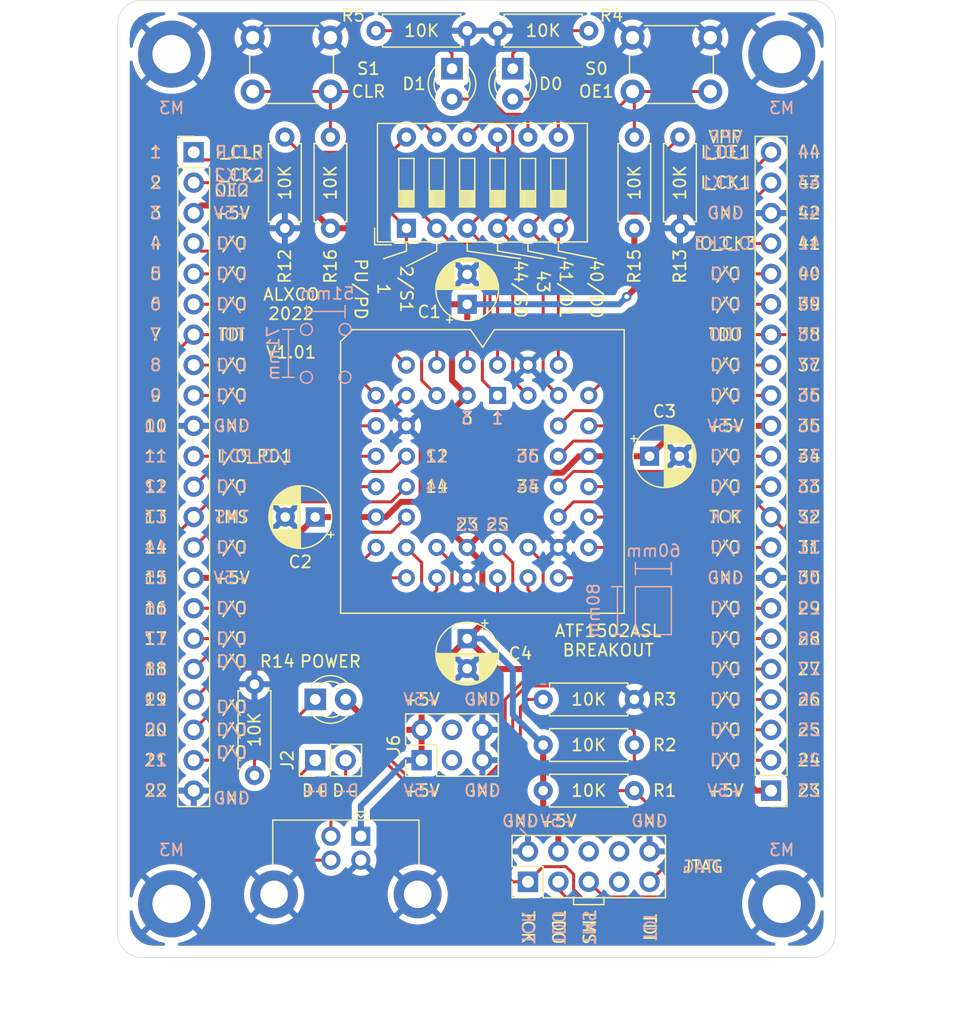
<source format=kicad_pcb>
(kicad_pcb (version 20211014) (generator pcbnew)
  (layers (0 "F.Cu" signal) (31 "B.Cu" signal) (34 "B.Paste" user) (35 "F.Paste" user) (36 "B.SilkS" user "B.Silkscreen") (37 "F.SilkS" user "F.Silkscreen") (38 "B.Mask" user) (39 "F.Mask" user) (44 "Edge.Cuts" user))
  (net 0 "")
  (net 1 "GND")
  (net 2 "+5V")
  (net 3 "Net-(D0-Pad1)")
  (net 4 "Net-(D1-Pad1)")
  (net 5 "Net-(D8-Pad1)")
  (net 6 "/USBP")
  (net 7 "/USBN")
  (net 8 "/IO_21")
  (net 9 "/IO_20")
  (net 10 "/IO_19")
  (net 11 "/IO_18")
  (net 12 "/IO_17")
  (net 13 "/IO_16")
  (net 14 "/IO_14")
  (net 15 "/TMS")
  (net 16 "/IO_12")
  (net 17 "/IO_PD1")
  (net 18 "/IO_9")
  (net 19 "/IO_8")
  (net 20 "/TDI")
  (net 21 "/IO_6")
  (net 22 "/IO_5")
  (net 23 "/IO_4")
  (net 24 "/I_GCLK2_OE2")
  (net 25 "/I_GCLR")
  (net 26 "Net-(J4-Pad8)")
  (net 27 "Net-(J4-Pad7)")
  (net 28 "Net-(J4-Pad6)")
  (net 29 "/TDO")
  (net 30 "/TCK")
  (net 31 "/I_OE1")
  (net 32 "/I_GCLK1")
  (net 33 "/IO_GCLK3")
  (net 34 "/IO_40")
  (net 35 "/IO_39")
  (net 36 "/IO_37")
  (net 37 "/IO_36")
  (net 38 "/IO_34")
  (net 39 "/IO_33")
  (net 40 "/IO_31")
  (net 41 "/IO_29")
  (net 42 "/IO_28")
  (net 43 "/IO_27")
  (net 44 "/IO_26")
  (net 45 "/IO_PD2")
  (net 46 "/IO_24")
  (net 47 "Net-(R12-Pad1)")
  (net 48 "Net-(R13-Pad1)")
  (net 49 "/LED0")
  (net 50 "/LED1")
  (net 51 "/SW_OE1")
  (net 52 "/SW_GCLR")
  (net 53 "Net-(J6-Pad4)")
  (net 54 "Net-(J6-Pad3)")
  (footprint "Connector_PinHeader_2.54mm:PinHeader_1x22_P2.54mm_Vertical" (layer "F.Cu") (at 26.35 32.7)
    (fp_text reference "J3" hide)
    (fp_text value "Conn_01x22")
  )
  (footprint "Connector_PinHeader_2.54mm:PinHeader_1x22_P2.54mm_Vertical" (layer "F.Cu") (at 74.61 86.04 180)
    (fp_text reference "J5" hide)
    (fp_text value "Conn_01x22")
  )
  (footprint "Package_LCC:PLCC-44_THT-Socket" (layer "F.Cu") (at 51.75 53.02)
    (fp_text reference "U1" hide)
    (fp_text value "ATF1502-PLCC")
  )
  (footprint "MountingHole:MountingHole_3.2mm_M3_DIN965_Pad" (layer "F.Cu") (at 24.5 24.5)
    (fp_text reference "REF**" hide)
    (fp_text value "MountingHole_3.2mm_M3_DIN965_Pad")
  )
  (footprint "MountingHole:MountingHole_3.2mm_M3_DIN965_Pad" (layer "F.Cu") (at 75.5 24.5)
    (fp_text reference "REF**" hide)
    (fp_text value "MountingHole_3.2mm_M3_DIN965_Pad")
  )
  (footprint "MountingHole:MountingHole_3.2mm_M3_DIN965_Pad" (layer "F.Cu") (at 75.5 95.5)
    (fp_text reference "REF**" hide)
    (fp_text value "MountingHole_3.2mm_M3_DIN965_Pad")
  )
  (footprint "MountingHole:MountingHole_3.2mm_M3_DIN965_Pad" (layer "F.Cu") (at 24.5 95.5)
    (fp_text reference "REF**" hide)
    (fp_text value "MountingHole_3.2mm_M3_DIN965_Pad")
  )
  (footprint "Capacitor_THT:CP_Radial_D5.0mm_P2.50mm" (layer "F.Cu") (at 49.21 45.4 90)
    (fp_text reference "C1")
    (fp_text value "220nF")
  )
  (footprint "Capacitor_THT:CP_Radial_D5.0mm_P2.50mm" (layer "F.Cu") (at 36.51 63.18 180)
    (fp_text reference "C2")
    (fp_text value "220nF")
  )
  (footprint "Capacitor_THT:CP_Radial_D5.0mm_P2.50mm" (layer "F.Cu") (at 49.21 73.34 -90)
    (fp_text reference "C4")
    (fp_text value "220nF")
  )
  (footprint "LED_THT:LED_D3.0mm" (layer "F.Cu") (at 53.02 25.715 -90)
    (fp_text reference "D0")
    (fp_text value "LED")
  )
  (footprint "Connector_USB:USB_B_Lumberg_2411_02_Horizontal" (layer "F.Cu") (at 40.32 89.85 -90)
    (fp_text reference "J1" hide)
    (fp_text value "USB_B")
  )
  (footprint "Connector_PinHeader_2.54mm:PinHeader_1x02_P2.54mm_Vertical" (layer "F.Cu") (at 36.51 83.5 90)
    (fp_text reference "J2")
    (fp_text value "Conn_01x02")
  )
  (footprint "Connector_PinHeader_2.54mm:PinHeader_2x05_P2.54mm_Vertical" (layer "F.Cu") (at 54.29 93.66 90)
    (fp_text reference "J4" hide)
    (fp_text value "Conn_02x05_Odd_Even")
  )
  (footprint "Connector_PinHeader_2.54mm:PinHeader_2x03_P2.54mm_Vertical" (layer "F.Cu") (at 45.4 83.5 90)
    (fp_text reference "J6")
    (fp_text value "Conn_02x05_Odd_Even")
  )
  (footprint "Resistor_THT:R_Axial_DIN0207_L6.3mm_D2.5mm_P7.62mm_Horizontal" (layer "F.Cu") (at 55.56 86.04)
    (fp_text reference "R1")
    (fp_text value "10K")
  )
  (footprint "Resistor_THT:R_Axial_DIN0207_L6.3mm_D2.5mm_P7.62mm_Horizontal" (layer "F.Cu") (at 55.56 82.23)
    (fp_text reference "R2")
    (fp_text value "10K")
  )
  (footprint "Resistor_THT:R_Axial_DIN0207_L6.3mm_D2.5mm_P7.62mm_Horizontal" (layer "F.Cu") (at 63.18 78.42 180)
    (fp_text reference "R3")
    (fp_text value "10K")
  )
  (footprint "Resistor_THT:R_Axial_DIN0207_L6.3mm_D2.5mm_P7.62mm_Horizontal" (layer "F.Cu") (at 33.97 31.43 -90)
    (fp_text reference "R12")
    (fp_text value "10K")
  )
  (footprint "Resistor_THT:R_Axial_DIN0207_L6.3mm_D2.5mm_P7.62mm_Horizontal" (layer "F.Cu") (at 37.78 39.05 90)
    (fp_text reference "R16")
    (fp_text value "10K")
  )
  (footprint "Button_Switch_THT:SW_DIP_SPSTx06_Slide_9.78x17.42mm_W7.62mm_P2.54mm" (layer "F.Cu") (at 44.13 39.05 90)
    (fp_text reference "SW1" hide)
    (fp_text value "SW_DIP_x06")
  )
  (footprint "Button_Switch_THT:SW_PUSH_6mm_H5mm" (layer "F.Cu") (at 37.78 27.62 180)
    (fp_text reference "SW5" hide)
    (fp_text value "SW_Push")
  )
  (footprint "Capacitor_THT:CP_Radial_D5.0mm_P2.50mm" (layer "F.Cu") (at 64.45 58.1)
    (fp_text reference "C3")
    (fp_text value "220nF")
  )
  (footprint "Button_Switch_THT:SW_PUSH_6mm_H5mm" (layer "F.Cu") (at 69.53 27.62 180)
    (fp_text reference "SW4" hide)
    (fp_text value "SW_Push")
  )
  (footprint "Resistor_THT:R_Axial_DIN0207_L6.3mm_D2.5mm_P7.62mm_Horizontal" (layer "F.Cu") (at 59.37 22.54 180)
    (fp_text reference "R4")
    (fp_text value "10K")
  )
  (footprint "LED_THT:LED_D3.0mm" (layer "F.Cu") (at 36.51 78.42)
    (fp_text reference "D8" hide)
    (fp_text value "LED")
  )
  (footprint "Resistor_THT:R_Axial_DIN0207_L6.3mm_D2.5mm_P7.62mm_Horizontal" (layer "F.Cu") (at 31.43 84.77 90)
    (fp_text reference "R14")
    (fp_text value "10K")
  )
  (footprint "LED_THT:LED_D3.0mm" (layer "F.Cu") (at 47.94 25.715 -90)
    (fp_text reference "D1")
    (fp_text value "LED")
  )
  (footprint "Resistor_THT:R_Axial_DIN0207_L6.3mm_D2.5mm_P7.62mm_Horizontal" (layer "F.Cu") (at 41.59 22.54)
    (fp_text reference "R5")
    (fp_text value "10K")
  )
  (footprint "Resistor_THT:R_Axial_DIN0207_L6.3mm_D2.5mm_P7.62mm_Horizontal" (layer "F.Cu") (at 66.99 31.43 -90)
    (fp_text reference "R13")
    (fp_text value "10K")
  )
  (footprint "Resistor_THT:R_Axial_DIN0207_L6.3mm_D2.5mm_P7.62mm_Horizontal" (layer "F.Cu") (at 63.18 39.05 90)
    (fp_text reference "R15")
    (fp_text value "10K")
  )
  (gr_line (start 63.27 73) (end 63.27 69) (layer "B.SilkS") (width 0.12))
  (gr_line (start 62.27 69) (end 61.27 69) (layer "B.SilkS") (width 0.12))
  (gr_line (start 39 46.5) (end 39 45.5) (layer "B.SilkS") (width 0.12))
  (gr_line (start 61.77 69) (end 61.77 73) (layer "B.SilkS") (width 0.12))
  (gr_circle (center 35.77 51.5) (end 35.77 51) (layer "B.SilkS") (width 0.12) (fill none))
  (gr_line (start 63.27 67) (end 63.27 68) (layer "B.SilkS") (width 0.12))
  (gr_line (start 66.27 73) (end 63.27 73) (layer "B.SilkS") (width 0.12))
  (gr_line (start 35.77 46.5) (end 35.77 45.5) (layer "B.SilkS") (width 0.12))
  (gr_line (start 63.27 67.5) (end 66.27 67.5) (layer "B.SilkS") (width 0.12))
  (gr_line (start 33.77 47.5) (end 34.77 47.5) (layer "B.SilkS") (width 0.12))
  (gr_line (start 53.655 89.215) (end 54.29 89.85) (layer "B.SilkS") (width 0.12))
  (gr_circle (center 39 47.5) (end 39 48) (layer "B.SilkS") (width 0.12) (fill none))
  (gr_line (start 63.27 69) (end 66.27 69) (layer "B.SilkS") (width 0.12))
  (gr_line (start 62.27 73) (end 61.27 73) (layer "B.SilkS") (width 0.12))
  (gr_line (start 34.27 51.5) (end 34.27 47.5) (layer "B.SilkS") (width 0.12))
  (gr_line (start 35.77 46) (end 39 46) (layer "B.SilkS") (width 0.12))
  (gr_circle (center 39 51.5) (end 39 51) (layer "B.SilkS") (width 0.12) (fill none))
  (gr_line (start 66.27 69) (end 66.27 73) (layer "B.SilkS") (width 0.12))
  (gr_line (start 66.27 68) (end 66.27 67) (layer "B.SilkS") (width 0.12))
  (gr_circle (center 35.77 47.5) (end 36.27 47.5) (layer "B.SilkS") (width 0.12) (fill none))
  (gr_line (start 34.77 51.5) (end 33.77 51.5) (layer "B.SilkS") (width 0.12))
  (gr_line (start 56.83 40.32) (end 56.83 40.955) (layer "F.SilkS") (width 0.12))
  (gr_line (start 44.13 40.955) (end 42.225 41.59) (layer "F.SilkS") (width 0.12))
  (gr_line (start 49.21 40.955) (end 53.655 41.59) (layer "F.SilkS") (width 0.12))
  (gr_line (start 51.75 40.32) (end 51.75 40.955) (layer "F.SilkS") (width 0.12))
  (gr_line (start 53.655 89.215) (end 54.29 89.85) (layer "F.SilkS") (width 0.12))
  (gr_line (start 54.29 40.32) (end 54.29 40.955) (layer "F.SilkS") (width 0.12))
  (gr_line (start 60.64 95.565) (end 60.64 94.93) (layer "F.SilkS") (width 0.12))
  (gr_line (start 58.1 95.565) (end 60.64 95.565) (layer "F.SilkS") (width 0.12))
  (gr_line (start 46.67 40.32) (end 46.67 40.955) (layer "F.SilkS") (width 0.12))
  (gr_line (start 49.48 47.52) (end 50.5 49) (layer "F.SilkS") (width 0.12))
  (gr_line (start 54.29 40.955) (end 57.465 41.59) (layer "F.SilkS") (width 0.12))
  (gr_line (start 50.5 49) (end 51.48 47.52) (layer "F.SilkS") (width 0.12))
  (gr_line (start 58.1 94.93) (end 58.1 95.565) (layer "F.SilkS") (width 0.12))
  (gr_line (start 44.13 40.32) (end 44.13 40.955) (layer "F.SilkS") (width 0.12))
  (gr_line (start 56.83 40.955) (end 60.005 41.59) (layer "F.SilkS") (width 0.12))
  (gr_line (start 49.21 40.32) (end 49.21 40.955) (layer "F.SilkS") (width 0.12))
  (gr_line (start 46.67 40.955) (end 44.13 42.225) (layer "F.SilkS") (width 0.12))
  (gr_line (start 51.75 40.955) (end 55.56 41.59) (layer "F.SilkS") (width 0.12))
  (gr_line (start 22 20) (end 78 20) (layer "Edge.Cuts") (width 0.05))
  (gr_line (start 20 22) (end 20 98) (layer "Edge.Cuts") (width 0.05))
  (gr_line (start 80 98) (end 80 22) (layer "Edge.Cuts") (width 0.05))
  (gr_arc (start 80 98) (mid 79.414214 99.414214) (end 78 100) (layer "Edge.Cuts") (width 0.05))
  (gr_arc (start 20 22) (mid 20.585786 20.585786) (end 22 20) (layer "Edge.Cuts") (width 0.05))
  (gr_arc (start 22 100) (mid 20.585786 99.414214) (end 20 98) (layer "Edge.Cuts") (width 0.05))
  (gr_line (start 22 100) (end 78 100) (layer "Edge.Cuts") (width 0.05))
  (gr_arc (start 78 20) (mid 79.414214 20.585786) (end 80 22) (layer "Edge.Cuts") (width 0.05))
  (gr_text "I/O" (at 29.525 40.32) (layer "B.SilkS") (effects (font (size 1 1)) (justify mirror)))
  (gr_text "I/O" (at 70.8 50.48) (layer "B.SilkS") (effects (font (size 1 1)) (justify mirror)))
  (gr_text "I/O" (at 29.525 80.96) (layer "B.SilkS") (effects (font (size 1 1)) (justify mirror)))
  (gr_text "34" (at 77.785 58.1) (layer "B.SilkS") (effects (font (size 1 1)) (justify mirror)))
  (gr_text "32" (at 77.785 63.18) (layer "B.SilkS") (effects (font (size 1 1)) (justify mirror)))
  (gr_text "IO_CK3" (at 70.8 40.32) (layer "B.SilkS") (effects (font (size 1 1)) (justify mirror)))
  (gr_text "I/O" (at 70.8 73.34) (layer "B.SilkS") (effects (font (size 1 1)) (justify mirror)))
  (gr_text "38" (at 77.785 47.94) (layer "B.SilkS") (effects (font (size 1 1)) (justify mirror)))
  (gr_text "4" (at 23.175 40.32) (layer "B.SilkS") (effects (font (size 1 1)) (justify mirror)))
  (gr_text "GND" (at 50.48 78.42) (layer "B.SilkS") (effects (font (size 1 1)) (justify mirror)))
  (gr_text "7" (at 23.175 47.94) (layer "B.SilkS") (effects (font (size 1 1)) (justify mirror)))
  (gr_text "TCK" (at 54.29 97.47 270) (layer "B.SilkS") (effects (font (size 1 1)) (justify mirror)))
  (gr_text "20" (at 23.175 80.96) (layer "B.SilkS") (effects (font (size 1 1)) (justify mirror)))
  (gr_text "M3" (at 24.5 91) (layer "B.SilkS") (effects (font (size 1 1)) (justify mirror)))
  (gr_text "+5V" (at 45.4 78.42) (layer "B.SilkS") (effects (font (size 1 1)) (justify mirror)))
  (gr_text "21" (at 23.175 83.5) (layer "B.SilkS") (effects (font (size 1 1)) (justify mirror)))
  (gr_text "GND" (at 64.45 88.58) (layer "B.SilkS") (effects (font (size 1 1)) (justify mirror)))
  (gr_text "28" (at 77.785 73.34) (layer "B.SilkS") (effects (font (size 1 1)) (justify mirror)))
  (gr_text "GND" (at 70.8 37.78) (layer "B.SilkS") (effects (font (size 1 1)) (justify mirror)))
  (gr_text "I/O" (at 29.525 50.48) (layer "B.SilkS") (effects (font (size 1 1)) (justify mirror)))
  (gr_text "12" (at 23.175 60.64) (layer "B.SilkS") (effects (font (size 1 1)) (justify mirror)))
  (gr_text "+5V" (at 56.83 88.58) (layer "B.SilkS") (effects (font (size 1 1)) (justify mirror)))
  (gr_text "+5V" (at 70.8 86.04) (layer "B.SilkS") (effects (font (size 1 1)) (justify mirror)))
  (gr_text "I/O" (at 29.525 60.64) (layer "B.SilkS") (effects (font (size 1 1)) (justify mirror)))
  (gr_text "6" (at 23.175 45.4) (layer "B.SilkS") (effects (font (size 1 1)) (justify mirror)))
  (gr_text "I/O" (at 70.8 53.02) (layer "B.SilkS") (effects (font (size 1 1)) (justify mirror)))
  (gr_text "3" (at 49.21 54.925) (layer "B.SilkS") (effects (font (size 1 1)) (justify mirror)))
  (gr_text "I/O" (at 29.525 75.245) (layer "B.SilkS") (effects (font (size 1 1)) (justify mirror)))
  (gr_text "39" (at 77.785 45.4) (layer "B.SilkS") (effects (font (size 1 1)) (justify mirror)))
  (gr_text "18" (at 23.175 75.88) (layer "B.SilkS") (effects (font (size 1 1)) (justify mirror)))
  (gr_text "43" (at 77.785 35.24) (layer "B.SilkS") (effects (font (size 1 1)) (justify mirror)))
  (gr_text "GND" (at 29.525 55.56) (layer "B.SilkS") (effects (font (size 1 1)) (justify mirror)))
  (gr_text "25" (at 77.785 80.96) (layer "B.SilkS") (effects (font (size 1 1)) (justify mirror)))
  (gr_text "5" (at 23.175 42.86) (layer "B.SilkS") (effects (font (size 1 1)) (justify mirror)))
  (gr_text "I/O" (at 29.525 45.4) (layer "B.SilkS") (effects (font (size 1 1)) (justify mirror)))
  (gr_text "+5V" (at 29.525 68.26) (layer "B.SilkS") (effects (font (size 1 1)) (justify mirror)))
  (gr_text "I/O" (at 70.8 60.64) (layer "B.SilkS") (effects (font (size 1 1)) (justify mirror)))
  (gr_text "M3" (at 75.5 91) (layer "B.SilkS") (effects (font (size 1 1)) (justify mirror)))
  (gr_text "25" (at 51.75 63.815) (layer "B.SilkS") (effects (font (size 1 1)) (justify mirror)))
  (gr_text "I/O" (at 29.525 53.02) (layer "B.SilkS") (effects (font (size 1 1)) (justify mirror)))
  (gr_text "11" (at 23.175 58.1) (layer "B.SilkS") (effects (font (size 1 1)) (justify mirror)))
  (gr_text "51mm" (at 37.5 44.5) (layer "B.SilkS") (effects (font (size 1 1)) (justify mirror)))
  (gr_text "TDO" (at 70.8 47.94) (layer "B.SilkS") (effects (font (size 1 1)) (justify mirror)))
  (gr_text "D+" (at 36.51 86.04) (layer "B.SilkS") (effects (font (size 1 1)) (justify mirror)))
  (gr_text "+5V" (at 70.8 55.56) (layer "B.SilkS") (effects (font (size 1 1)) (justify mirror)))
  (gr_text "+5V" (at 45.4 86.04) (layer "B.SilkS") (effects (font (size 1 1)) (justify mirror)))
  (gr_text "24" (at 77.785 83.5) (layer "B.SilkS") (effects (font (size 1 1)) (justify mirror)))
  (gr_text "19" (at 23.175 78.42) (layer "B.SilkS") (effects (font (size 1 1)) (justify mirror)))
  (gr_text "I_CLR" (at 30.16 32.7) (layer "B.SilkS") (effects (font (size 1 1)) (justify mirror)))
  (gr_text "TMS" (at 29.525 63.18) (layer "B.SilkS") (effects (font (size 1 1)) (justify mirror)))
  (gr_text "41" (at 77.785 40.32) (layer "B.SilkS") (effects (font (size 1 1)) (justify mirror)))
  (gr_text "29" (at 77.785 70.8) (layer "B.SilkS") (effects (font (size 1 1)) (justify mirror)))
  (gr_text "GND" (at 29.525 86.675) (layer "B.SilkS") (effects (font (size 1 1)) (justify mirror)))
  (gr_text "TDI" (at 64.45 97.47 270) (layer "B.SilkS") (effects (font (size 1 1)) (justify mirror)))
  (gr_text "10" (at 23.175 55.56) (layer "B.SilkS") (effects (font (size 1 1)) (justify mirror)))
  (gr_text "15" (at 23.175 68.26) (layer "B.SilkS") (effects (font (size 1 1)) (justify mirror)))
  (gr_text "1" (at 51.75 54.925) (layer "B.SilkS") (effects (font (size 1 1)) (justify mirror)))
  (gr_text "I/O" (at 70.8 45.4) (layer "B.SilkS") (effects (font (size 1 1)) (justify mirror)))
  (gr_text "31" (at 77.785 65.72) (layer "B.SilkS") (effects (font (size 1 1)) (justify mirror)))
  (gr_text "I/O" (at 29.525 73.34) (layer "B.SilkS") (effects (font (size 1 1)) (justify mirror)))
  (gr_text "I/O" (at 29.525 79.055) (layer "B.SilkS") (effects (font (size 1 1)) (justify mirror)))
  (gr_text "36" (at 54.29 58.1) (layer "B.SilkS") (effects (font (size 1 1)) (justify mirror)))
  (gr_text "34" (at 54.29 60.64) (layer "B.SilkS") (effects (font (size 1 1)) (justify mirror)))
  (gr_text "37" (at 77.785 50.48) (layer "B.SilkS") (effects (font (size 1 1)) (justify mirror)))
  (gr_text "8" (at 23.175 50.48) (layer "B.SilkS") (effects (font (size 1 1)) (justify mirror)))
  (gr_text "60mm" (at 64.77 66) (layer "B.SilkS") (effects (font (size 1 1)) (justify mirror)))
  (gr_text "OE2" (at 29.525 35.875) (layer "B.SilkS") (effects (font (size 1 1)) (justify mirror)))
  (gr_text "I/O_PD1" (at 31.43 58.1) (layer "B.SilkS") (effects (font (size 1 1)) (justify mirror)))
  (gr_text "71mm" (at 33 49.5 90) (layer "B.SilkS") (effects (font (size 1 1)) (justify mirror)))
  (gr_text "I/O" (at 29.525 65.72) (layer "B.SilkS") (effects (font (size 1 1)) (justify mirror)))
  (gr_text "3" (at 23.175 37.78) (layer "B.SilkS") (effects (font (size 1 1)) (justify mirror)))
  (gr_text "I_CK2" (at 30.16 34.605) (layer "B.SilkS") (effects (font (size 1 1)) (justify mirror)))
  (gr_text "22" (at 23.175 86.04) (layer "B.SilkS") (effects (font (size 1 1)) (justify mirror)))
  (gr_text "JTAG" (at 68.895 92.39) (layer "B.SilkS") (effects (font (size 1 1)) (justify mirror)))
  (gr_text "GND" (at 50.48 86.04) (layer "B.SilkS") (effects (font (size 1 1)) (justify mirror)))
  (gr_text "17" (at 23.175 73.34) (layer "B.SilkS") (effects (font (size 1 1)) (justify mirror)))
  (gr_text "30" (at 77.785 68.26) (layer "B.SilkS") (effects (font (size 1 1)) (justify mirror)))
  (gr_text "14" (at 46.67 60.64) (layer "B.SilkS") (effects (font (size 1 1)) (justify mirror)))
  (gr_text "I/O" (at 29.525 82.865) (layer "B.SilkS") (effects (font (size 1 1)) (justify mirror)))
  (gr_text "VPP" (at 70.8 31.43) (layer "B.SilkS") (effects (font (size 1 1)) (justify mirror)))
  (gr_text "27" (at 77.785 75.88) (layer "B.SilkS") (effects (font (size 1 1)) (justify mirror)))
  (gr_text "TDI" (at 29.525 47.94) (layer "B.SilkS") (effects (font (size 1 1)) (justify mirror)))
  (gr_text "M3" (at 24.5 29) (layer "B.SilkS") (effects (font (size 1 1)) (justify mirror)))
  (gr_text "I_OE1" (at 70.8 32.7) (layer "B.SilkS") (effects (font (size 1 1)) (justify mirror)))
  (gr_text "16" (at 23.175 70.8) (layer "B.SilkS") (effects (font (size 1 1)) (justify mirror)))
  (gr_text "I/O" (at 70.8 83.5) (layer "B.SilkS") (effects (font (size 1 1)) (justify mirror)))
  (gr_text "I/O" (at 70.8 70.8) (layer "B.SilkS") (effects (font (size 1 1)) (justify mirror)))
  (gr_text "36" (at 77.785 53.02) (layer "B.SilkS") (effects (font (size 1 1)) (justify mirror)))
  (gr_text "TCK" (at 70.8 63.18) (layer "B.SilkS") (effects (font (size 1 1)) (justify mirror)))
  (gr_text "80mm" (at 59.77 71 90) (layer "B.SilkS") (effects (font (size 1 1)) (justify mirror)))
  (gr_text "33" (at 77.785 60.64) (layer "B.SilkS") (effects (font (size 1 1)) (justify mirror)))
  (gr_text "44" (at 77.785 32.7) (layer "B.SilkS") (effects (font (size 1 1)) (justify mirror)))
  (gr_text "1" (at 23.175 32.7) (layer "B.SilkS") (effects (font (size 1 1)) (justify mirror)))
  (gr_text "26" (at 77.785 78.42) (layer "B.SilkS") (effects (font (size 1 1)) (justify mirror)))
  (gr_text "14" (at 23.175 65.72) (layer "B.SilkS") (effects (font (size 1 1)) (justify mirror)))
  (gr_text "GND" (at 53.655 88.58) (layer "B.SilkS") (effects (font (size 1 1)) (justify mirror)))
  (gr_text "35" (at 77.785 55.56) (layer "B.SilkS") (effects (font (size 1 1)) (justify mirror)))
  (gr_text "I/O" (at 70.8 65.72) (layer "B.SilkS") (effects (font (size 1 1)) (justify mirror)))
  (gr_text "TDO" (at 56.83 97.47 270) (layer "B.SilkS") (effects (font (size 1 1)) (justify mirror)))
  (gr_text "+5V" (at 29.525 37.78) (layer "B.SilkS") (effects (font (size 1 1)) (justify mirror)))
  (gr_text "I/O" (at 70.8 58.1) (layer "B.SilkS") (effects (font (size 1 1)) (justify mirror)))
  (gr_text "GND" (at 70.8 68.26) (layer "B.SilkS") (effects (font (size 1 1)) (justify mirror)))
  (gr_text "I/O" (at 70.8 78.42) (layer "B.SilkS") (effects (font (size 1 1)) (justify mirror)))
  (gr_text "I/O" (at 70.8 80.96) (layer "B.SilkS") (effects (font (size 1 1)) (justify mirror)))
  (gr_text "9" (at 23.175 53.02) (layer "B.SilkS") (effects (font (size 1 1)) (justify mirror)))
  (gr_text "D-" (at 39.05 86.04) (layer "B.SilkS") (effects (font (size 1 1)) (justify mirror)))
  (gr_text "12" (at 46.67 58.1) (layer "B.SilkS") (effects (font (size 1 1)) (justify mirror)))
  (gr_text "TMS" (at 59.37 97.47 270) (layer "B.SilkS") (effects (font (size 1 1)) (justify mirror)))
  (gr_text "I/O" (at 29.525 70.8) (layer "B.SilkS") (effects (font (size 1 1)) (justify mirror)))
  (gr_text "I_CK1" (at 70.8 35.24) (layer "B.SilkS") (effects (font (size 1 1)) (justify mirror)))
  (gr_text "23" (at 49.21 63.815) (layer "B.SilkS") (effects (font (size 1 1)) (justify mirror)))
  (gr_text "M3" (at 75.5 29) (layer "B.SilkS") (effects (font (size 1 1)) (justify mirror)))
  (gr_text "I/O" (at 70.8 42.86) (layer "B.SilkS") (effects (font (size 1 1)) (justify mirror)))
  (gr_text "23" (at 77.785 86.04) (layer "B.SilkS") (effects (font (size 1 1)) (justify mirror)))
  (gr_text "I/O" (at 70.8 75.88) (layer "B.SilkS") (effects (font (size 1 1)) (justify mirror)))
  (gr_text "13" (at 23.175 63.18) (layer "B.SilkS") (effects (font (size 1 1)) (justify mirror)))
  (gr_text "42" (at 77.785 37.78) (layer "B.SilkS") (effects (font (size 1 1)) (justify mirror)))
  (gr_text "40" (at 77.785 42.86) (layer "B.SilkS") (effects (font (size 1 1)) (justify mirror)))
  (gr_text "2" (at 23.175 35.24) (layer "B.SilkS") (effects (font (size 1 1)) (justify mirror)))
  (gr_text "I/O" (at 29.525 42.86) (layer "B.SilkS") (effects (font (size 1 1)) (justify mirror)))
  (gr_text "I/O" (at 29.525 40.32) (layer "F.SilkS") (effects (font (size 1 1))))
  (gr_text "ATF1502ASL\nBREAKOUT" (at 61 73.5) (layer "F.SilkS") (effects (font (size 1 1))))
  (gr_text "TCK" (at 54.29 97.47 270) (layer "F.SilkS") (effects (font (size 1 1))))
  (gr_text "18" (at 23.175 75.88) (layer "F.SilkS") (effects (font (size 1 1))))
  (gr_text "30" (at 77.785 68.26) (layer "F.SilkS") (effects (font (size 1 1))))
  (gr_text "14" (at 23.175 65.72) (layer "F.SilkS") (effects (font (size 1 1))))
  (gr_text "I/O" (at 70.8 60.64) (layer "F.SilkS") (effects (font (size 1 1))))
  (gr_text "IO_CK3" (at 70.8 40.32) (layer "F.SilkS") (effects (font (size 1 1))))
  (gr_text "GND" (at 53.655 88.58) (layer "F.SilkS") (effects (font (size 1 1))))
  (gr_text "44" (at 77.785 32.7) (layer "F.SilkS") (effects (font (size 1 1))))
  (gr_text "I/O" (at 70.8 83.5) (layer "F.SilkS") (effects (font (size 1 1))))
  (gr_text "I/O" (at 29.525 50.48) (layer "F.SilkS") (effects (font (size 1 1))))
  (gr_text "12" (at 46.67 58.1) (layer "F.SilkS") (effects (font (size 1 1))))
  (gr_text "+5V" (at 56.83 88.58) (layer "F.SilkS") (effects (font (size 1 1))))
  (gr_text "I_CK1" (at 70.8 35.24) (layer "F.SilkS") (effects (font (size 1 1))))
  (gr_text "PU/PD" (at 40.32 44.13 270) (layer "F.SilkS") (effects (font (size 1 1))))
  (gr_text "20" (at 23.175 80.96) (layer "F.SilkS") (effects (font (size 1 1))))
  (gr_text "+5V" (at 70.8 55.56) (layer "F.SilkS") (effects (font (size 1 1))))
  (gr_text "TDI" (at 29.525 47.94) (layer "F.SilkS") (effects (font (size 1 1))))
  (gr_text "29" (at 77.785 70.8) (layer "F.SilkS") (effects (font (size 1 1))))
  (gr_text "41/D1" (at 57.465 44.13 270) (layer "F.SilkS") (effects (font (size 1 1))))
  (gr_text "I/O" (at 29.525 80.96) (layer "F.SilkS") (effects (font (size 1 1))))
  (gr_text "15" (at 23.175 68.26) (layer "F.SilkS") (effects (font (size 1 1))))
  (gr_text "I/O" (at 29.525 79.055) (layer "F.SilkS") (effects (font (size 1 1))))
  (gr_text "TMS" (at 29.525 63.18) (layer "F.SilkS") (effects (font (size 1 1))))
  (gr_text "I/O" (at 70.8 58.1) (layer "F.SilkS") (effects (font (size 1 1))))
  (gr_text "TMS" (at 59.37 97.47 270) (layer "F.SilkS") (effects (font (size 1 1))))
  (gr_text "34" (at 77.785 58.1) (layer "F.SilkS") (effects (font (size 1 1))))
  (gr_text "+5V" (at 29.525 68.26) (layer "F.SilkS") (effects (font (size 1 1))))
  (gr_text "GND" (at 64.45 88.58) (layer "F.SilkS") (effects (font (size 1 1))))
  (gr_text "38" (at 77.785 47.94) (layer "F.SilkS") (effects (font (size 1 1))))
  (gr_text "GND" (at 50.48 86.04) (layer "F.SilkS") (effects (font (size 1 1))))
  (gr_text "I/O" (at 70.8 80.96) (layer "F.SilkS") (effects (font (size 1 1))))
  (gr_text "26" (at 77.785 78.42) (layer "F.SilkS") (effects (font (size 1 1))))
  (gr_text "2/S1" (at 44.13 44.13 270) (layer "F.SilkS") (effects (font (size 1 1))))
  (gr_text "43" (at 77.785 35.24) (layer "F.SilkS") (effects (font (size 1 1))))
  (gr_text "9" (at 23.175 53.02) (layer "F.SilkS") (effects (font (size 1 1))))
  (gr_text "24" (at 77.785 83.5) (layer "F.SilkS") (effects (font (size 1 1))))
  (gr_text "OE2" (at 29.525 35.875) (layer "F.SilkS") (effects (font (size 1 1))))
  (gr_text "43" (at 55.56 43.495 270) (layer "F.SilkS") (effects (font (size 1 1))))
  (gr_text "I/O" (at 29.525 70.8) (layer "F.SilkS") (effects (font (size 1 1))))
  (gr_text "I/O" (at 70.8 65.72) (layer "F.SilkS") (effects (font (size 1 1))))
  (gr_text "32" (at 77.785 63.18) (layer "F.SilkS") (effects (font (size 1 1))))
  (gr_text "CLR" (at 40.955 27.62) (layer "F.SilkS") (effects (font (size 1 1))))
  (gr_text "OE1" (at 60.005 27.62) (layer "F.SilkS") (effects (font (size 1 1))))
  (gr_text "GND" (at 29.525 55.56) (layer "F.SilkS") (effects (font (size 1 1))))
  (gr_text "S1" (at 40.955 25.715) (layer "F.SilkS") (effects (font (size 1 1))))
  (gr_text "I/O" (at 29.525 60.64) (layer "F.SilkS") (effects (font (size 1 1))))
  (gr_text "JTAG" (at 68.895 92.39) (layer "F.SilkS") (effects (font (size 1 1))))
  (gr_text "33" (at 77.785 60.64) (layer "F.SilkS") (effects (font (size 1 1))))
  (gr_text "3" (at 49.21 54.925) (layer "F.SilkS") (effects (font (size 1 1))))
  (gr_text "I/O" (at 29.525 42.86) (layer "F.SilkS") (effects (font (size 1 1))))
  (gr_text "POWER" (at 37.78 75.245) (layer "F.SilkS") (effects (font (size 1 1))))
  (gr_text "34" (at 54.29 60.64) (layer "F.SilkS") (effects (font (size 1 1))))
  (gr_text "I/O" (at 29.525 75.245) (layer "F.SilkS") (effects (font (size 1 1))))
  (gr_text "GND" (at 70.8 37.78) (layer "F.SilkS") (effects (font (size 1 1))))
  (gr_text "I/O" (at 29.525 73.34) (layer "F.SilkS") (effects (font (size 1 1))))
  (gr_text "3" (at 23.175 37.78) (layer "F.SilkS") (effects (font (size 1 1))))
  (gr_text "39" (at 77.785 45.4) (layer "F.SilkS") (effects (font (size 1 1))))
  (gr_text "1" (at 42.225 44.13 270) (layer "F.SilkS") (effects (font (size 1 1))))
  (gr_text "+5V" (at 70.8 86.04) (layer "F.SilkS") (effects (font (size 1 1))))
  (gr_text "I/O" (at 29.525 53.02) (layer "F.SilkS") (effects (font (size 1 1))))
  (gr_text "40" (at 77.785 42.86) (layer "F.SilkS") (effects (font (size 1 1))))
  (gr_text "GND" (at 50.48 78.42) (layer "F.SilkS") (effects (font (size 1 1))))
  (gr_text "GND" (at 29.525 86.675) (layer "F.SilkS") (effects (font (size 1 1))))
  (gr_text "10" (at 23.175 55.56) (layer "F.SilkS") (effects (font (size 1 1))))
  (gr_text "I/O" (at 70.8 42.86) (layer "F.SilkS") (effects (font (size 1 1))))
  (gr_text "12" (at 23.175 60.64) (layer "F.SilkS") (effects (font (size 1 1))))
  (gr_text "5" (at 23.175 42.86) (layer "F.SilkS") (effects (font (size 1 1))))
  (gr_text "I/O" (at 70.8 45.4) (layer "F.SilkS") (effects (font (size 1 1))))
  (gr_text "I/O" (at 70.8 50.48) (layer "F.SilkS") (effects (font (size 1 1))))
  (gr_text "TCK" (at 70.8 63.18) (layer "F.SilkS") (effects (font (size 1 1))))
  (gr_text "19" (at 23.175 78.42) (layer "F.SilkS") (effects (font (size 1 1))))
  (gr_text "I/O" (at 29.525 82.865) (layer "F.SilkS") (effects (font (size 1 1))))
  (gr_text "D-" (at 39.05 86.04) (layer "F.SilkS") (effects (font (size 1 1))))
  (gr_text "4" (at 23.175 40.32) (layer "F.SilkS") (effects (font (size 1 1))))
  (gr_text "41" (at 77.785 40.32) (layer "F.SilkS") (effects (font (size 1 1))))
  (gr_text "+5V" (at 29.525 37.78) (layer "F.SilkS") (effects (font (size 1 1))))
  (gr_text "13" (at 23.175 63.18) (layer "F.SilkS") (effects (font (size 1 1))))
  (gr_text "I/O" (at 70.8 53.02) (layer "F.SilkS") (effects (font (size 1 1))))
  (gr_text "1" (at 23.175 32.7) (layer "F.SilkS") (effects (font (size 1 1))))
  (gr_text "17" (at 23.175 73.34) (layer "F.SilkS") (effects (font (size 1 1))))
  (gr_text "23" (at 49.21 63.815) (layer "F.SilkS") (effects (font (size 1 1))))
  (gr_text "36" (at 54.29 58.1) (layer "F.SilkS") (effects (font (size 1 1))))
  (gr_text "I/O" (at 29.525 65.72) (layer "F.SilkS") (effects (font (size 1 1))))
  (gr_text "I/O" (at 70.8 78.42) (layer "F.SilkS") (effects (font (size 1 1))))
  (gr_text "42" (at 77.785 37.78) (layer "F.SilkS") (effects (font (size 1 1))))
  (gr_text "35" (at 77.785 55.56) (layer "F.SilkS") (effects (font (size 1 1))))
  (gr_text "23" (at 77.785 86.04) (layer "F.SilkS") (effects (font (size 1 1))))
  (gr_text "I/O" (at 29.525 45.4) (layer "F.SilkS") (effects (font (size 1 1))))
  (gr_text "ALXCO\n2022\n\nV1.01" (at 34.5 47) (layer "F.SilkS") (effects (font (size 1 1))))
  (gr_text "6" (at 23.175 45.4) (layer "F.SilkS") (effects (font (size 1 1))))
  (gr_text "TDI" (at 64.45 97.47 270) (layer "F.SilkS") (effects (font (size 1 1))))
  (gr_text "1" (at 51.75 54.925) (layer "F.SilkS") (effects (font (size 1 1))))
  (gr_text "21" (at 23.175 83.5) (layer "F.SilkS") (effects (font (size 1 1))))
  (gr_text "I_OE1" (at 70.8 32.7) (layer "F.SilkS") (effects (font (size 1 1))))
  (gr_text "16" (at 23.175 70.8) (layer "F.SilkS") (effects (font (size 1 1))))
  (gr_text "31" (at 77.785 65.72) (layer "F.SilkS") (effects (font (size 1 1))))
  (gr_text "2" (at 23.175 35.24) (layer "F.SilkS") (effects (font (size 1 1))))
  (gr_text "37" (at 77.785 50.48) (layer "F.SilkS") (effects (font (size 1 1))))
  (gr_text "TDO" (at 70.8 47.94) (layer "F.SilkS") (effects (font (size 1 1))))
  (gr_text "VPP" (at 70.8 31.43) (layer "F.SilkS") (effects (font (size 1 1))))
  (gr_text "11" (at 23.175 58.1) (layer "F.SilkS") (effects (font (size 1 1))))
  (gr_text "28" (at 77.785 73.34) (layer "F.SilkS") (effects (font (size 1 1))))
  (gr_text "8" (at 23.175 50.48) (layer "F.SilkS") (effects (font (size 1 1))))
  (gr_text "I/O" (at 70.8 73.34) (layer "F.SilkS") (effects (font (size 1 1))))
  (gr_text "I/O" (at 70.8 70.8) (layer "F.SilkS") (effects (font (size 1 1))))
  (gr_text "40/D0" (at 60.005 44.13 270) (layer "F.SilkS") (effects (font (size 1 1))))
  (gr_text "D+" (at 36.51 86.04) (layer "F.SilkS") (effects (font (size 1 1))))
  (gr_text "7" (at 23.175 47.94) (layer "F.SilkS") (effects (font (size 1 1))))
  (gr_text "14" (at 46.67 60.64) (layer "F.SilkS") (effects (font (size 1 1))))
  (gr_text "+5V" (at 45.4 78.42) (layer "F.SilkS") (effects (font (size 1 1))))
  (gr_text "S0" (at 60.005 25.715) (layer "F.SilkS") (effects (font (size 1 1))))
  (gr_text "I_CLR" (at 30.16 32.7) (layer "F.SilkS") (effects (font (size 1 1))))
  (gr_text "22" (at 23.175 86.04) (layer "F.SilkS") (effects (font (size 1 1))))
  (gr_text "TDO" (at 56.83 97.47 270) (layer "F.SilkS") (effects (font (size 1 1))))
  (gr_text "I_CK2" (at 30.16 34.605) (layer "F.SilkS") (effects (font (size 1 1))))
  (gr_text "36" (at 77.785 53.02) (layer "F.SilkS") (effects (font (size 1 1))))
  (gr_text "+5V" (at 45.4 86.04) (layer "F.SilkS") (effects (font (size 1 1))))
  (gr_text "I/O_PD1" (at 31.43 58.1) (layer "F.SilkS") (effects (font (size 1 1))))
  (gr_text "25" (at 51.75 63.815) (layer "F.SilkS") (effects (font (size 1 1))))
  (gr_text "44/S0" (at 53.655 44.13 270) (layer "F.SilkS") (effects (font (size 1 1))))
  (gr_text "GND" (at 70.8 68.26) (layer "F.SilkS") (effects (font (size 1 1))))
  (gr_text "27" (at 77.785 75.88) (layer "F.SilkS") (effects (font (size 1 1))))
  (gr_text "25" (at 77.785 80.96) (layer "F.SilkS") (effects (font (size 1 1))))
  (gr_text "I/O" (at 70.8 75.88) (layer "F.SilkS") (effects (font (size 1 1))))
  (segment (start 50.48 72.07) (end 49.21 73.34) (width 0.5) (layer "F.Cu") (net 2))
  (segment (start 43.681422 61.91) (end 45.4 61.91) (width 0.5) (layer "F.Cu") (net 2))
  (segment (start 49.21 73.34) (end 51.75 75.88) (width 0.5) (layer "F.Cu") (net 2))
  (segment (start 50.48 66.99) (end 50.48 72.07) (width 0.5) (layer "F.Cu") (net 2))
  (segment (start 41.59 63.18) (end 42.411422 63.18) (width 0.5) (layer "F.Cu") (net 2))
  (segment (start 64.45 58.1) (end 59.37 58.1) (width 0.5) (layer "F.Cu") (net 2))
  (segment (start 26.985 37.145) (end 35.875 37.145) (width 0.5) (layer "F.Cu") (net 2))
  (segment (start 55.56 86.04) (end 55.56 82.23) (width 0.5) (layer "F.Cu") (net 2))
  (segment (start 31.43 68.26) (end 36.51 63.18) (width 0.5) (layer "F.Cu") (net 2))
  (segment (start 47.94 48.575) (end 49.21 47.305) (width 0.5) (layer "F.Cu") (net 2))
  (segment (start 35.875 37.145) (end 37.78 39.05) (width 0.5) (layer "F.Cu") (net 2))
  (segment (start 63.18 44.13) (end 63.18 43.495) (width 0.5) (layer "F.Cu") (net 2))
  (segment (start 45.4 56.83) (end 49.21 53.02) (width 0.5) (layer "F.Cu") (net 2))
  (segment (start 55.56 87.945) (end 56.83 89.215) (width 0.5) (layer "F.Cu") (net 2))
  (segment (start 45.4 61.91) (end 45.4 56.83) (width 0.5) (layer "F.Cu") (net 2))
  (segment (start 57.169779 59.478799) (end 55.451201 59.478799) (width 0.5) (layer "F.Cu") (net 2))
  (segment (start 63.18 75.88) (end 73.34 86.04) (width 0.5) (layer "F.Cu") (net 2))
  (segment (start 45.4 80.96) (end 45.4 77.15) (width 0.5) (layer "F.Cu") (net 2))
  (segment (start 26.35 37.78) (end 26.985 37.145) (width 0.5) (layer "F.Cu") (net 2))
  (segment (start 49.21 47.305) (end 49.21 45.4) (width 0.5) (layer "F.Cu") (net 2))
  (segment (start 45.4 77.15) (end 49.21 73.34) (width 0.5) (layer "F.Cu") (net 2))
  (segment (start 37.78 39.05) (end 40.32 39.05) (width 0.5) (layer "F.Cu") (net 2))
  (segment (start 63.18 43.495) (end 63.18 39.05) (width 0.5) (layer "F.Cu") (net 2))
  (segment (start 55.56 86.04) (end 55.56 87.945) (width 0.5) (layer "F.Cu") (net 2))
  (segment (start 62.545 44.765) (end 63.18 44.13) (width 0.5) (layer "F.Cu") (net 2))
  (segment (start 26.35 68.26) (end 31.43 68.26) (width 0.5) (layer "F.Cu") (net 2))
  (segment (start 58.548578 58.1) (end 57.169779 59.478799) (width 0.5) (layer "F.Cu") (net 2))
  (segment (start 66.99 55.56) (end 74.61 55.56) (width 0.5) (layer "F.Cu") (net 2))
  (segment (start 49.21 65.72) (end 50.48 66.99) (width 0.5) (layer "F.Cu") (net 2))
  (segment (start 51.75 75.88) (end 63.18 75.88) (width 0.5) (layer "F.Cu") (net 2))
  (segment (start 40.32 39.05) (end 46.67 45.4) (width 0.5) (layer "F.Cu") (net 2))
  (segment (start 36.51 63.18) (end 41.59 63.18) (width 0.5) (layer "F.Cu") (net 2))
  (segment (start 49.21 53.02) (end 47.94 51.75) (width 0.5) (layer "F.Cu") (net 2))
  (segment (start 46.67 45.4) (end 49.21 45.4) (width 0.5) (layer "F.Cu") (net 2))
  (segment (start 45.4 61.91) (end 49.21 65.72) (width 0.5) (layer "F.Cu") (net 2))
  (segment (start 64.45 58.1) (end 66.99 55.56) (width 0.5) (layer "F.Cu") (net 2))
  (segment (start 55.451201 59.478799) (end 49.21 65.72) (width 0.5) (layer "F.Cu") (net 2))
  (segment (start 73.34 86.04) (end 74.61 86.04) (width 0.5) (layer "F.Cu") (net 2))
  (segment (start 42.411422 63.18) (end 43.681422 61.91) (width 0.5) (layer "F.Cu") (net 2))
  (segment (start 41.59 80.96) (end 39.05 78.42) (width 0.5) (layer "F.Cu") (net 2))
  (segment (start 56.83 89.215) (end 56.83 91.12) (width 0.5) (layer "F.Cu") (net 2))
  (segment (start 47.94 51.75) (end 47.94 48.575) (width 0.5) (layer "F.Cu") (net 2))
  (segment (start 45.4 83.5) (end 45.4 80.96) (width 0.5) (layer "F.Cu") (net 2))
  (segment (start 59.37 58.1) (end 58.548578 58.1) (width 0.5) (layer "F.Cu") (net 2))
  (segment (start 45.4 80.96) (end 41.59 80.96) (width 0.5) (layer "F.Cu") (net 2))
  (via (at 62.545 44.765) (size 0.8) (drill 0.4) (layers "F.Cu" "B.Cu") (net 2))
  (segment (start 53.02 79.69) (end 53.02 75.88) (width 0.5) (layer "B.Cu") (net 2))
  (segment (start 40.32 87.31) (end 40.32 89.85) (width 0.5) (layer "B.Cu") (net 2))
  (segment (start 55.56 82.23) (end 53.02 79.69) (width 0.5) (layer "B.Cu") (net 2))
  (segment (start 49.21 45.4) (end 61.91 45.4) (width 0.5) (layer "B.Cu") (net 2))
  (segment (start 61.91 45.4) (end 62.545 44.765) (width 0.5) (layer "B.Cu") (net 2))
  (segment (start 45.4 83.5) (end 44.13 83.5) (width 0.5) (layer "B.Cu") (net 2))
  (segment (start 44.13 83.5) (end 40.32 87.31) (width 0.5) (layer "B.Cu") (net 2))
  (segment (start 53.02 75.88) (end 50.48 73.34) (width 0.5) (layer "B.Cu") (net 2))
  (segment (start 50.48 73.34) (end 49.21 73.34) (width 0.5) (layer "B.Cu") (net 2))
  (segment (start 53.02 25.715) (end 53.02 24.445) (width 0.25) (layer "F.Cu") (net 3))
  (segment (start 54.925 22.54) (end 59.37 22.54) (width 0.25) (layer "F.Cu") (net 3))
  (segment (start 53.02 24.445) (end 54.925 22.54) (width 0.25) (layer "F.Cu") (net 3))
  (segment (start 47.94 24.445) (end 46.035 22.54) (width 0.25) (layer "F.Cu") (net 4))
  (segment (start 47.94 25.715) (end 47.94 24.445) (width 0.25) (layer "F.Cu") (net 4))
  (segment (start 46.035 22.54) (end 41.59 22.54) (width 0.25) (layer "F.Cu") (net 4))
  (segment (start 31.43 84.77) (end 31.43 83.5) (width 0.25) (layer "F.Cu") (net 5))
  (segment (start 31.43 83.5) (end 36.51 78.42) (width 0.25) (layer "F.Cu") (net 5))
  (segment (start 35.97 91.85) (end 37.82 91.85) (width 0.25) (layer "F.Cu") (net 6))
  (segment (start 35.24 91.12) (end 35.97 91.85) (width 0.25) (layer "F.Cu") (net 6))
  (segment (start 36.51 83.5) (end 35.24 84.77) (width 0.25) (layer "F.Cu") (net 6))
  (segment (start 35.24 84.77) (end 35.24 91.12) (width 0.25) (layer "F.Cu") (net 6))
  (segment (start 39.05 83.5) (end 39.05 85.405) (width 0.25) (layer "F.Cu") (net 7))
  (segment (start 39.05 85.405) (end 37.82 86.635) (width 0.25) (layer "F.Cu") (net 7))
  (segment (start 37.82 88.58) (end 37.82 89.85) (width 0.25) (layer "F.Cu") (net 7))
  (segment (start 37.82 86.635) (end 37.82 88.58) (width 0.25) (layer "F.Cu") (net 7))
  (segment (start 37.78141 73.975) (end 28.25641 83.5) (width 0.25) (layer "F.Cu") (net 8))
  (segment (start 47.94 68.895) (end 42.86 73.975) (width 0.25) (layer "F.Cu") (net 8))
  (segment (start 28.25641 83.5) (end 26.35 83.5) (width 0.25) (layer "F.Cu") (net 8))
  (segment (start 42.86 73.975) (end 37.78141 73.975) (width 0.25) (layer "F.Cu") (net 8))
  (segment (start 46.67 65.72) (end 47.94 66.99) (width 0.25) (layer "F.Cu") (net 8))
  (segment (start 47.94 66.99) (end 47.94 68.895) (width 0.25) (layer "F.Cu") (net 8))
  (segment (start 46.67 68.26) (end 46.67 69.265788) (width 0.25) (layer "F.Cu") (net 9))
  (segment (start 38.415 72.705) (end 32.065 79.055) (width 0.25) (layer "F.Cu") (net 9))
  (segment (start 28.255 79.055) (end 26.35 80.96) (width 0.25) (layer "F.Cu") (net 9))
  (segment (start 43.230788 72.705) (end 38.415 72.705) (width 0.25) (layer "F.Cu") (net 9))
  (segment (start 46.67 69.265788) (end 43.230788 72.705) (width 0.25) (layer "F.Cu") (net 9))
  (segment (start 32.065 79.055) (end 28.255 79.055) (width 0.25) (layer "F.Cu") (net 9))
  (segment (start 45.4 66.99) (end 45.4 68.895) (width 0.25) (layer "F.Cu") (net 10))
  (segment (start 28.89 75.88) (end 26.35 78.42) (width 0.25) (layer "F.Cu") (net 10))
  (segment (start 33.97 75.88) (end 28.89 75.88) (width 0.25) (layer "F.Cu") (net 10))
  (segment (start 42.86 71.435) (end 38.415 71.435) (width 0.25) (layer "F.Cu") (net 10))
  (segment (start 38.415 71.435) (end 33.97 75.88) (width 0.25) (layer "F.Cu") (net 10))
  (segment (start 45.4 68.895) (end 42.86 71.435) (width 0.25) (layer "F.Cu") (net 10))
  (segment (start 44.13 65.72) (end 45.4 66.99) (width 0.25) (layer "F.Cu") (net 10))
  (segment (start 40.32 68.26) (end 33.97 74.61) (width 0.25) (layer "F.Cu") (net 11))
  (segment (start 44.13 68.26) (end 40.32 68.26) (width 0.25) (layer "F.Cu") (net 11))
  (segment (start 27.62 74.61) (end 26.35 75.88) (width 0.25) (layer "F.Cu") (net 11))
  (segment (start 33.97 74.61) (end 27.62 74.61) (width 0.25) (layer "F.Cu") (net 11))
  (segment (start 33.97 73.34) (end 26.35 73.34) (width 0.25) (layer "F.Cu") (net 12))
  (segment (start 41.59 65.72) (end 33.97 73.34) (width 0.25) (layer "F.Cu") (net 12))
  (segment (start 38.415 64.45) (end 32.065 70.8) (width 0.25) (layer "F.Cu") (net 13))
  (segment (start 42.86 64.45) (end 38.415 64.45) (width 0.25) (layer "F.Cu") (net 13))
  (segment (start 32.065 70.8) (end 26.35 70.8) (width 0.25) (layer "F.Cu") (net 13))
  (segment (start 44.13 63.18) (end 42.86 64.45) (width 0.25) (layer "F.Cu") (net 13))
  (segment (start 30.16 61.91) (end 26.35 65.72) (width 0.25) (layer "F.Cu") (net 14))
  (segment (start 44.13 60.64) (end 42.86 61.91) (width 0.25) (layer "F.Cu") (net 14))
  (segment (start 42.86 61.91) (end 30.16 61.91) (width 0.25) (layer "F.Cu") (net 14))
  (segment (start 52.385 83.334002) (end 52.385 78.42) (width 0.25) (layer "F.Cu") (net 15))
  (segment (start 53.960011 76.844989) (end 58.92636 76.84499) (width 0.25) (layer "F.Cu") (net 15))
  (segment (start 33.335 86.04) (end 33.335 82.865) (width 0.25) (layer "F.Cu") (net 15))
  (segment (start 24.445 87.945) (end 25.08 88.58) (width 0.25) (layer "F.Cu") (net 15))
  (segment (start 66.355 94.93) (end 60.64 94.93) (width 0.25) (layer "F.Cu") (net 15))
  (segment (start 44.765 85.405) (end 50.314002 85.405) (width 0.25) (layer "F.Cu") (net 15))
  (segment (start 33.335 82.865) (end 35.875 80.325) (width 0.25) (layer "F.Cu") (net 15))
  (segment (start 25.08 88.58) (end 30.795 88.58) (width 0.25) (layer "F.Cu") (net 15))
  (segment (start 24.445 65.085) (end 24.445 87.945) (width 0.25) (layer "F.Cu") (net 15))
  (segment (start 63.18 83.5) (end 66.99 87.31) (width 0.25) (layer "F.Cu") (net 15))
  (segment (start 30.795 88.58) (end 33.335 86.04) (width 0.25) (layer "F.Cu") (net 15))
  (segment (start 52.385 78.42) (end 53.960011 76.844989) (width 0.25) (layer "F.Cu") (net 15))
  (segment (start 39.685 80.325) (end 44.765 85.405) (width 0.25) (layer "F.Cu") (net 15))
  (segment (start 35.875 80.325) (end 39.685 80.325) (width 0.25) (layer "F.Cu") (net 15))
  (segment (start 50.314002 85.405) (end 52.385 83.334002) (width 0.25) (layer "F.Cu") (net 15))
  (segment (start 63.18 81.09863) (end 63.18 82.23) (width 0.25) (layer "F.Cu") (net 15))
  (segment (start 60.64 94.93) (end 59.37 93.66) (width 0.25) (layer "F.Cu") (net 15))
  (segment (start 63.18 82.23) (end 63.18 83.5) (width 0.25) (layer "F.Cu") (net 15))
  (segment (start 41.59 60.64) (end 28.89 60.64) (width 0.25) (layer "F.Cu") (net 15))
  (segment (start 26.35 63.18) (end 24.445 65.085) (width 0.25) (layer "F.Cu") (net 15))
  (segment (start 28.89 60.64) (end 26.35 63.18) (width 0.25) (layer "F.Cu") (net 15))
  (segment (start 66.99 87.31) (end 66.99 94.295) (width 0.25) (layer "F.Cu") (net 15))
  (segment (start 66.99 94.295) (end 66.355 94.93) (width 0.25) (layer "F.Cu") (net 15))
  (segment (start 58.92636 76.84499) (end 63.18 81.09863) (width 0.25) (layer "F.Cu") (net 15))
  (segment (start 44.13 58.1) (end 42.86 59.37) (width 0.25) (layer "F.Cu") (net 16))
  (segment (start 27.62 59.37) (end 26.35 60.64) (width 0.25) (layer "F.Cu") (net 16))
  (segment (start 42.86 59.37) (end 27.62 59.37) (width 0.25) (layer "F.Cu") (net 16))
  (segment (start 41.59 58.1) (end 26.35 58.1) (width 0.25) (layer "F.Cu") (net 17))
  (segment (start 41.59 55.56) (end 39.685 55.56) (width 0.25) (layer "F.Cu") (net 18))
  (segment (start 37.145 53.02) (end 26.35 53.02) (width 0.25) (layer "F.Cu") (net 18))
  (segment (start 39.685 55.56) (end 37.145 53.02) (width 0.25) (layer "F.Cu") (net 18))
  (segment (start 44.13 53.02) (end 42.86 54.29) (width 0.25) (layer "F.Cu") (net 19))
  (segment (start 40.32 54.29) (end 36.51 50.48) (width 0.25) (layer "F.Cu") (net 19))
  (segment (start 42.86 54.29) (end 40.32 54.29) (width 0.25) (layer "F.Cu") (net 19))
  (segment (start 36.51 50.48) (end 26.35 50.48) (width 0.25) (layer "F.Cu") (net 19))
  (segment (start 24.445 89.215) (end 30.79641 89.215) (width 0.25) (layer "F.Cu") (net 20))
  (segment (start 58.1 77.785) (end 58.1 84.135) (width 0.25) (layer "F.Cu") (net 20))
  (segment (start 36.51 47.94) (end 26.35 47.94) (width 0.25) (layer "F.Cu") (net 20))
  (segment (start 64.45 93.66) (end 66.355 91.755) (width 0.25) (layer "F.Cu") (net 20))
  (segment (start 39.68359 80.96) (end 44.5786 85.85501) (width 0.25) (layer "F.Cu") (net 20))
  (segment (start 23.81 88.58) (end 24.445 89.215) (width 0.25) (layer "F.Cu") (net 20))
  (segment (start 58.1 84.135) (end 60.005 86.04) (width 0.25) (layer "F.Cu") (net 20))
  (segment (start 53.02 83.335412) (end 53.02 78.42141) (width 0.25) (layer "F.Cu") (net 20))
  (segment (start 54.146411 77.294999) (end 57.609999 77.294999) (width 0.25) (layer "F.Cu") (net 20))
  (segment (start 50.500403 85.855009) (end 53.02 83.335412) (width 0.25) (layer "F.Cu") (net 20))
  (segment (start 30.79641 89.215) (end 33.97 86.04141) (width 0.25) (layer "F.Cu") (net 20))
  (segment (start 44.5786 85.85501) (end 50.500403 85.855009) (width 0.25) (layer "F.Cu") (net 20))
  (segment (start 33.97 82.86641) (end 35.87641 80.96) (width 0.25) (layer "F.Cu") (net 20))
  (segment (start 66.355 91.755) (end 66.355 89.215) (width 0.25) (layer "F.Cu") (net 20))
  (segment (start 33.97 86.04141) (end 33.97 82.86641) (width 0.25) (layer "F.Cu") (net 20))
  (segment (start 57.609999 77.294999) (end 58.1 77.785) (width 0.25) (layer "F.Cu") (net 20))
  (segment (start 41.59 53.02) (end 36.51 47.94) (width 0.25) (layer "F.Cu") (net 20))
  (segment (start 26.35 47.94) (end 23.81 50.48) (width 0.25) (layer "F.Cu") (net 20))
  (segment (start 53.02 78.42141) (end 54.146411 77.294999) (width 0.25) (layer "F.Cu") (net 20))
  (segment (start 60.005 86.04) (end 63.18 86.04) (width 0.25) (layer "F.Cu") (net 20))
  (segment (start 66.355 89.215) (end 63.18 86.04) (width 0.25) (layer "F.Cu") (net 20))
  (segment (start 23.81 50.48) (end 23.81 88.58) (width 0.25) (layer "F.Cu") (net 20))
  (segment (start 35.87641 80.96) (end 39.68359 80.96) (width 0.25) (layer "F.Cu") (net 20))
  (segment (start 39.05 45.4) (end 26.35 45.4) (width 0.25) (layer "F.Cu") (net 21))
  (segment (start 44.13 50.48) (end 39.05 45.4) (width 0.25) (layer "F.Cu") (net 21))
  (segment (start 45.4 51.75) (end 45.4 47.94) (width 0.25) (layer "F.Cu") (net 22))
  (segment (start 46.67 53.02) (end 45.4 51.75) (width 0.25) (layer "F.Cu") (net 22))
  (segment (start 45.4 47.94) (end 40.32 42.86) (width 0.25) (layer "F.Cu") (net 22))
  (segment (start 40.32 42.86) (end 26.35 42.86) (width 0.25) (layer "F.Cu") (net 22))
  (segment (start 46.67 50.48) (end 46.67 47.94) (width 0.25) (layer "F.Cu") (net 23))
  (segment (start 46.67 47.94) (end 39.685 40.955) (width 0.25) (layer "F.Cu") (net 23))
  (segment (start 39.685 40.955) (end 26.985 40.955) (width 0.25) (layer "F.Cu") (net 23))
  (segment (start 26.985 40.955) (end 26.35 40.32) (width 0.25) (layer "F.Cu") (net 23))
  (segment (start 44.13 40.32) (end 44.13 39.05) (width 0.25) (layer "F.Cu") (net 24))
  (segment (start 50.66499 41.77781) (end 50.66499 47.75501) (width 0.25) (layer "F.Cu") (net 24))
  (segment (start 44.13 40.32) (end 44.765 40.955) (width 0.25) (layer "F.Cu") (net 24))
  (segment (start 50.66499 47.75501) (end 49.21 49.21) (width 0.25) (layer "F.Cu") (net 24))
  (segment (start 44.765 40.955) (end 49.84218 40.955) (width 0.25) (layer "F.Cu") (net 24))
  (segment (start 44.13 39.05) (end 40.32 35.24) (width 0.25) (layer "F.Cu") (net 24))
  (segment (start 49.21 49.21) (end 49.21 50.48) (width 0.25) (layer "F.Cu") (net 24))
  (segment (start 49.84218 40.955) (end 50.66499 41.77781) (width 0.25) (layer "F.Cu") (net 24))
  (segment (start 40.32 35.24) (end 26.35 35.24) (width 0.25) (layer "F.Cu") (net 24))
  (segment (start 46.67 39.05) (end 40.955 33.335) (width 0.25) (layer "F.Cu") (net 25))
  (segment (start 46.67 39.05) (end 47.94 40.32) (width 0.25) (layer "F.Cu") (net 25))
  (segment (start 51.115 41.59141) (end 51.115 48.575) (width 0.25) (layer "F.Cu") (net 25))
  (segment (start 40.955 33.335) (end 26.985 33.335) (width 0.25) (layer "F.Cu") (net 25))
  (segment (start 50.48 49.21) (end 50.48 51.75) (width 0.25) (layer "F.Cu") (net 25))
  (segment (start 49.84359 40.32) (end 51.115 41.59141) (width 0.25) (layer "F.Cu") (net 25))
  (segment (start 26.985 33.335) (end 26.35 32.7) (width 0.25) (layer "F.Cu") (net 25))
  (segment (start 50.48 51.75) (end 51.75 53.02) (width 0.25) (layer "F.Cu") (net 25))
  (segment (start 51.115 48.575) (end 50.48 49.21) (width 0.25) (layer "F.Cu") (net 25))
  (segment (start 47.94 40.32) (end 49.84359 40.32) (width 0.25) (layer "F.Cu") (net 25))
  (segment (start 58.1 54.29) (end 60.64 54.29) (width 0.25) (layer "F.Cu") (net 29))
  (segment (start 68.07501 95.11499) (end 68.075009 95.116401) (width 0.25) (layer "F.Cu") (net 29))
  (segment (start 66.99141 96.2) (end 58.735 96.2) (width 0.25) (layer "F.Cu") (net 29))
  (segment (start 68.26 94.93) (end 68.07501 95.11499) (width 0.25) (layer "F.Cu") (net 29))
  (segment (start 77.15 48.575) (end 77.15 87.94641) (width 0.25) (layer "F.Cu") (net 29))
  (segment (start 74.61 47.94) (end 76.515 47.94) (width 0.25) (layer "F.Cu") (net 29))
  (segment (start 56.83 55.56) (end 58.1 54.29) (width 0.25) (layer "F.Cu") (net 29))
  (segment (start 68.075009 95.116401) (end 66.99141 96.2) (width 0.25) (layer "F.Cu") (net 29))
  (segment (start 60.64 54.29) (end 66.99 47.94) (width 0.25) (layer "F.Cu") (net 29))
  (segment (start 75.88141 89.215) (end 72.07141 89.215) (width 0.25) (layer "F.Cu") (net 29))
  (segment (start 58.735 96.2) (end 56.83 94.295) (width 0.25) (layer "F.Cu") (net 29))
  (segment (start 68.26 93.02641) (end 68.26 94.93) (width 0.25) (layer "F.Cu") (net 29))
  (segment (start 76.515 47.94) (end 77.15 48.575) (width 0.25) (layer "F.Cu") (net 29))
  (segment (start 77.15 87.94641) (end 75.88141 89.215) (width 0.25) (layer "F.Cu") (net 29))
  (segment (start 72.07141 89.215) (end 68.26 93.02641) (width 0.25) (layer "F.Cu") (net 29))
  (segment (start 66.99 47.94) (end 74.61 47.94) (width 0.25) (layer "F.Cu") (net 29))
  (segment (start 56.83 94.295) (end 56.83 93.66) (width 0.25) (layer "F.Cu") (net 29))
  (segment (start 58.1 61.91) (end 73.34 61.91) (width 0.25) (layer "F.Cu") (net 30))
  (segment (start 58.1 94.295) (end 58.1 93.025) (width 0.25) (layer "F.Cu") (net 30))
  (segment (start 66.99 95.565) (end 59.37 95.565) (width 0.25) (layer "F.Cu") (net 30))
  (segment (start 67.625 94.93) (end 66.99 95.565) (width 0.25) (layer "F.Cu") (net 30))
  (segment (start 59.37 95.565) (end 58.1 94.295) (width 0.25) (layer "F.Cu") (net 30))
  (segment (start 72.07 88.58) (end 67.625 93.025) (width 0.25) (layer "F.Cu") (net 30))
  (segment (start 76.515 65.085) (end 76.515 87.945) (width 0.25) (layer "F.Cu") (net 30))
  (segment (start 54.29 78.42) (end 55.56 78.42) (width 0.25) (layer "F.Cu") (net 30))
  (segment (start 67.625 93.025) (end 67.625 94.93) (width 0.25) (layer "F.Cu") (net 30))
  (segment (start 73.34 61.91) (end 74.61 63.18) (width 0.25) (layer "F.Cu") (net 30))
  (segment (start 57.465 92.39) (end 55.56 92.39) (width 0.25) (layer "F.Cu") (net 30))
  (segment (start 75.88 88.58) (end 72.07 88.58) (width 0.25) (layer "F.Cu") (net 30))
  (segment (start 53.655 79.055) (end 54.29 78.42) (width 0.25) (layer "F.Cu") (net 30))
  (segment (start 56.83 63.18) (end 58.1 61.91) (width 0.25) (layer "F.Cu") (net 30))
  (segment (start 74.61 63.18) (end 76.515 65.085) (width 0.25) (layer "F.Cu") (net 30))
  (segment (start 76.515 87.945) (end 75.88 88.58) (width 0.25) (layer "F.Cu") (net 30))
  (segment (start 53.02 93.66) (end 51.75 92.39) (width 0.25) (layer "F.Cu") (net 30))
  (segment (start 51.75 92.39) (end 51.75 86.675) (width 0.25) (layer "F.Cu") (net 30))
  (segment (start 53.655 84.77) (end 53.655 79.055) (width 0.25) (layer "F.Cu") (net 30))
  (segment (start 55.56 92.39) (end 54.29 93.66) (width 0.25) (layer "F.Cu") (net 30))
  (segment (start 58.1 93.025) (end 57.465 92.39) (width 0.25) (layer "F.Cu") (net 30))
  (segment (start 54.29 93.66) (end 53.02 93.66) (width 0.25) (layer "F.Cu") (net 30))
  (segment (start 51.75 86.675) (end 53.655 84.77) (width 0.25) (layer "F.Cu") (net 30))
  (segment (start 52.385 35.875) (end 71.435 35.875) (width 0.25) (layer "F.Cu") (net 31))
  (segment (start 51.75 50.48) (end 51.75 41.59) (width 0.25) (layer "F.Cu") (net 31))
  (segment (start 51.75 41.59) (end 49.21 39.05) (width 0.25) (layer "F.Cu") (net 31))
  (segment (start 49.21 39.05) (end 52.385 35.875) (width 0.25) (layer "F.Cu") (net 31))
  (segment (start 71.435 35.875) (end 74.61 32.7) (width 0.25) (layer "F.Cu") (net 31))
  (segment (start 51.75 39.05) (end 54.29 36.51) (width 0.25) (layer "F.Cu") (net 32))
  (segment (start 73.34 36.51) (end 74.61 35.24) (width 0.25) (layer "F.Cu") (net 32))
  (segment (start 53.02 40.32) (end 51.75 39.05) (width 0.25) (layer "F.Cu") (net 32))
  (segment (start 53.02 51.75) (end 53.02 40.32) (width 0.25) (layer "F.Cu") (net 32))
  (segment (start 54.29 53.02) (end 53.02 51.75) (width 0.25) (layer "F.Cu") (net 32))
  (segment (start 54.29 36.51) (end 73.34 36.51) (width 0.25) (layer "F.Cu") (net 32))
  (segment (start 54.29 39.05) (end 56.195 37.145) (width 0.25) (layer "F.Cu") (net 33))
  (segment (start 56.195 37.145) (end 69.53 37.145) (width 0.25) (layer "F.Cu") (net 33))
  (segment (start 55.56 40.32) (end 54.29 39.05) (width 0.25) (layer "F.Cu") (net 33))
  (segment (start 56.83 53.02) (end 55.56 51.75) (width 0.25) (layer "F.Cu") (net 33))
  (segment (start 69.53 37.145) (end 72.705 40.32) (width 0.25) (layer "F.Cu") (net 33))
  (segment (start 55.56 51.75) (end 55.56 40.32) (width 0.25) (layer "F.Cu") (net 33))
  (segment (start 72.705 40.32) (end 74.61 40.32) (width 0.25) (layer "F.Cu") (net 33))
  (segment (start 56.83 50.48) (end 56.83 39.05) (width 0.25) (layer "F.Cu") (net 34))
  (segment (start 68.26 37.78) (end 73.34 42.86) (width 0.25) (layer "F.Cu") (net 34))
  (segment (start 58.1 37.78) (end 68.26 37.78) (width 0.25) (layer "F.Cu") (net 34))
  (segment (start 56.83 39.05) (end 58.1 37.78) (width 0.25) (layer "F.Cu") (net 34))
  (segment (start 73.34 42.86) (end 74.61 42.86) (width 0.25) (layer "F.Cu") (net 34))
  (segment (start 66.99 45.4) (end 74.61 45.4) (width 0.25) (layer "F.Cu") (net 35))
  (segment (start 59.37 53.02) (end 66.99 45.4) (width 0.25) (layer "F.Cu") (net 35))
  (segment (start 61.275 55.56) (end 66.355 50.48) (width 0.25) (layer "F.Cu") (net 36))
  (segment (start 59.37 55.56) (end 61.275 55.56) (width 0.25) (layer "F.Cu") (net 36))
  (segment (start 66.355 50.48) (end 74.61 50.48) (width 0.25) (layer "F.Cu") (net 36))
  (segment (start 61.91 56.83) (end 65.72 53.02) (width 0.25) (layer "F.Cu") (net 37))
  (segment (start 58.1 56.83) (end 61.91 56.83) (width 0.25) (layer "F.Cu") (net 37))
  (segment (start 56.83 58.1) (end 58.1 56.83) (width 0.25) (layer "F.Cu") (net 37))
  (segment (start 65.72 53.02) (end 74.61 53.02) (width 0.25) (layer "F.Cu") (net 37))
  (segment (start 58.1 59.37) (end 71.435 59.37) (width 0.25) (layer "F.Cu") (net 38))
  (segment (start 56.83 60.64) (end 58.1 59.37) (width 0.25) (layer "F.Cu") (net 38))
  (segment (start 71.435 59.37) (end 72.705 58.1) (width 0.25) (layer "F.Cu") (net 38))
  (segment (start 72.705 58.1) (end 74.61 58.1) (width 0.25) (layer "F.Cu") (net 38))
  (segment (start 59.37 60.64) (end 74.61 60.64) (width 0.25) (layer "F.Cu") (net 39))
  (segment (start 70.165 63.18) (end 72.705 65.72) (width 0.25) (layer "F.Cu") (net 40))
  (segment (start 59.37 63.18) (end 70.165 63.18) (width 0.25) (layer "F.Cu") (net 40))
  (segment (start 72.705 65.72) (end 74.61 65.72) (width 0.25) (layer "F.Cu") (net 40))
  (segment (start 72.07 70.8) (end 74.61 70.8) (width 0.25) (layer "F.Cu") (net 41))
  (segment (start 59.37 65.72) (end 66.99 65.72) (width 0.25) (layer "F.Cu") (net 41))
  (segment (start 66.99 65.72) (end 72.07 70.8) (width 0.25) (layer "F.Cu") (net 41))
  (segment (start 71.435 73.34) (end 74.61 73.34) (width 0.25) (layer "F.Cu") (net 42))
  (segment (start 66.355 68.26) (end 71.435 73.34) (width 0.25) (layer "F.Cu") (net 42))
  (segment (start 56.83 68.26) (end 66.355 68.26) (width 0.25) (layer "F.Cu") (net 42))
  (segment (start 55.56 68.895) (end 56.83 70.165) (width 0.25) (layer "F.Cu") (net 43))
  (segment (start 65.085 70.165) (end 70.8 75.88) (width 0.25) (layer "F.Cu") (net 43))
  (segment (start 70.8 75.88) (end 74.61 75.88) (width 0.25) (layer "F.Cu") (net 43))
  (segment (start 54.29 65.72) (end 55.56 66.99) (width 0.25) (layer "F.Cu") (net 43))
  (segment (start 56.83 70.165) (end 65.085 70.165) (width 0.25) (layer "F.Cu") (net 43))
  (segment (start 55.56 66.99) (end 55.56 68.895) (width 0.25) (layer "F.Cu") (net 43))
  (segment (start 54.29 69.265788) (end 56.459212 71.435) (width 0.25) (layer "F.Cu") (net 44))
  (segment (start 54.29 68.26) (end 54.29 69.265788) (width 0.25) (layer "F.Cu") (net 44))
  (segment (start 71.435 78.42) (end 74.61 78.42) (width 0.25) (layer "F.Cu") (net 44))
  (segment (start 56.459212 71.435) (end 64.45 71.435) (width 0.25) (layer "F.Cu") (net 44))
  (segment (start 64.45 71.435) (end 71.435 78.42) (width 0.25) (layer "F.Cu") (net 44))
  (segment (start 72.705 80.96) (end 74.61 80.96) (width 0.25) (layer "F.Cu") (net 45))
  (segment (start 53.02 69.53) (end 56.195 72.705) (width 0.25) (layer "F.Cu") (net 45))
  (segment (start 56.195 72.705) (end 64.45 72.705) (width 0.25) (layer "F.Cu") (net 45))
  (segment (start 51.75 65.72) (end 53.02 66.99) (width 0.25) (layer "F.Cu") (net 45))
  (segment (start 53.02 66.99) (end 53.02 69.53) (width 0.25) (layer "F.Cu") (net 45))
  (segment (start 64.45 72.705) (end 72.705 80.96) (width 0.25) (layer "F.Cu") (net 45))
  (segment (start 51.75 68.26) (end 51.75 70.165) (width 0.25) (layer "F.Cu") (net 46))
  (segment (start 64.45 74.61) (end 73.34 83.5) (width 0.25) (layer "F.Cu") (net 46))
  (segment (start 51.75 70.165) (end 56.195 74.61) (width 0.25) (layer "F.Cu") (net 46))
  (segment (start 73.34 83.5) (end 74.61 83.5) (width 0.25) (layer "F.Cu") (net 46))
  (segment (start 56.195 74.61) (end 64.45 74.61) (width 0.25) (layer "F.Cu") (net 46))
  (segment (start 35.24 32.7) (end 42.86 32.7) (width 0.25) (layer "F.Cu") (net 47))
  (segment (start 33.97 31.43) (end 35.24 32.7) (width 0.25) (layer "F.Cu") (net 47))
  (segment (start 42.86 32.7) (end 44.13 31.43) (width 0.25) (layer "F.Cu") (net 47))
  (segment (start 51.75 31.43) (end 51.75 32.56137) (width 0.25) (layer "F.Cu") (net 48))
  (segment (start 64.45 33.97) (end 66.99 31.43) (width 0.25) (layer "F.Cu") (net 48))
  (segment (start 51.75 32.56137) (end 53.15863 33.97) (width 0.25) (layer "F.Cu") (net 48))
  (segment (start 53.15863 33.97) (end 64.45 33.97) (width 0.25) (layer "F.Cu") (net 48))
  (segment (start 56.83 30.16) (end 56.83 31.43) (width 0.25) (layer "F.Cu") (net 49))
  (segment (start 53.02 28.255) (end 54.925 28.255) (width 0.25) (layer "F.Cu") (net 49))
  (segment (start 54.925 28.255) (end 56.83 30.16) (width 0.25) (layer "F.Cu") (net 49))
  (segment (start 53.655 29.525) (end 52.385 29.525) (width 0.25) (layer "F.Cu") (net 50))
  (segment (start 51.115 28.255) (end 47.94 28.255) (width 0.25) (layer "F.Cu") (net 50))
  (segment (start 54.29 30.16) (end 53.655 29.525) (width 0.25) (layer "F.Cu") (net 50))
  (segment (start 54.29 31.43) (end 54.29 30.16) (width 0.25) (layer "F.Cu") (net 50))
  (segment (start 52.385 29.525) (end 51.115 28.255) (width 0.25) (layer "F.Cu") (net 50))
  (segment (start 63.18 27.77) (end 63.03 27.62) (width 0.25) (layer "F.Cu") (net 51))
  (segment (start 53.02 32.065) (end 54.29 33.335) (width 0.25) (layer "F.Cu") (net 51))
  (segment (start 63.03 27.77) (end 63.03 27.62) (width 0.25) (layer "F.Cu") (net 51))
  (segment (start 63.18 31.43) (end 63.18 27.77) (width 0.25) (layer "F.Cu") (net 51))
  (segment (start 57.465 33.335) (end 63.03 27.77) (width 0.25) (layer "F.Cu") (net 51))
  (segment (start 52.385 30.16) (end 53.02 30.795) (width 0.25) (layer "F.Cu") (net 51))
  (segment (start 49.21 31.43) (end 50.48 30.16) (width 0.25) (layer "F.Cu") (net 51))
  (segment (start 63.03 27.62) (end 69.53 27.62) (width 0.25) (layer "F.Cu") (net 51))
  (segment (start 54.29 33.335) (end 57.465 33.335) (width 0.25) (layer "F.Cu") (net 51))
  (segment (start 50.48 30.16) (end 52.385 30.16) (width 0.25) (layer "F.Cu") (net 51))
  (segment (start 53.02 30.795) (end 53.02 32.065) (width 0.25) (layer "F.Cu") (net 51))
  (segment (start 37.78 27.62) (end 31.28 27.62) (width 0.25) (layer "F.Cu") (net 52))
  (segment (start 46.67 31.43) (end 42.86 27.62) (width 0.25) (layer "F.Cu") (net 52))
  (segment (start 37.78 31.43) (end 37.78 27.62) (width 0.25) (layer "F.Cu") (net 52))
  (segment (start 42.86 27.62) (end 37.78 27.62) (width 0.25) (layer "F.Cu") (net 52))
  (zone (net 1) (net_name "GND") (layer "B.Cu") (connect_pads (clearance 0.508)) (min_thickness 0.254) (fill yes (thermal_gap 0.508) (thermal_bridge_width 0.508) (smoothing fillet) (radius 2))
    (polygon (pts (xy 79 99) (xy 21 99) (xy 21 21) (xy 79 21)))
  )
)
</source>
